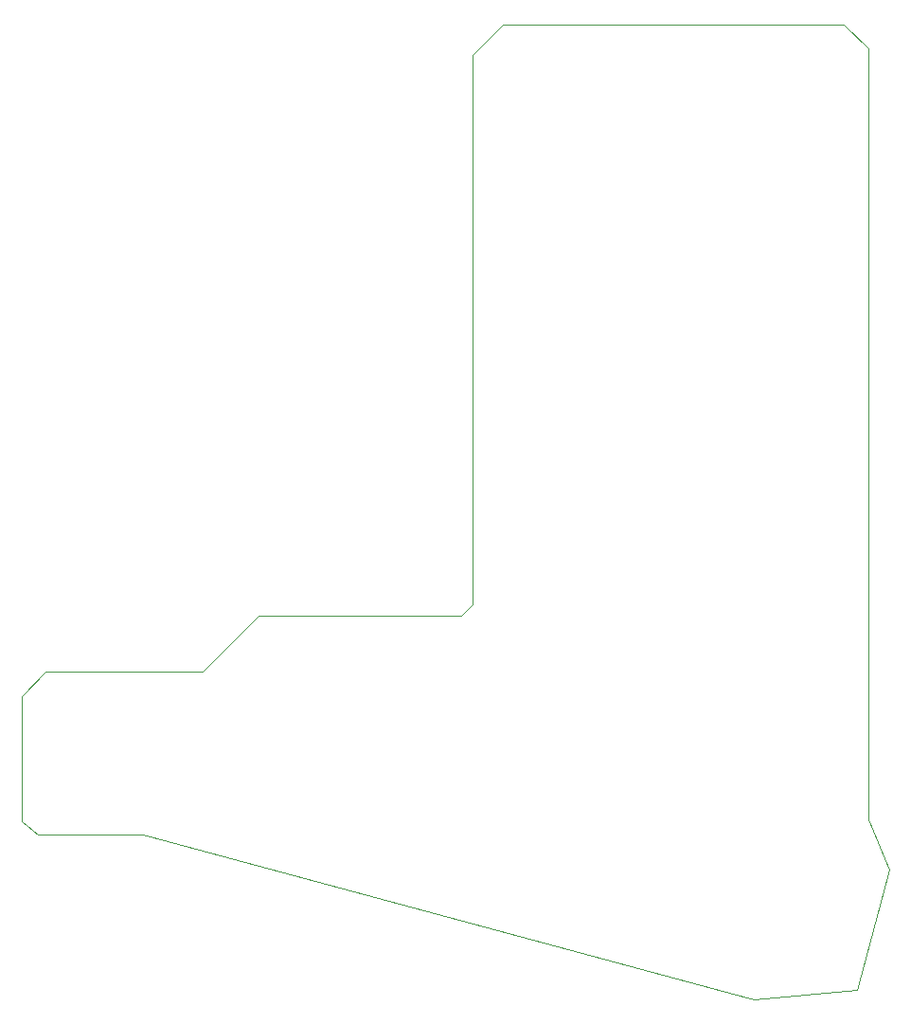
<source format=gbr>
G04 #@! TF.GenerationSoftware,KiCad,Pcbnew,(5.1.4)-1*
G04 #@! TF.CreationDate,2023-07-27T21:11:12-04:00*
G04 #@! TF.ProjectId,ThumbsUp,5468756d-6273-4557-902e-6b696361645f,rev?*
G04 #@! TF.SameCoordinates,Original*
G04 #@! TF.FileFunction,Profile,NP*
%FSLAX46Y46*%
G04 Gerber Fmt 4.6, Leading zero omitted, Abs format (unit mm)*
G04 Created by KiCad (PCBNEW (5.1.4)-1) date 2023-07-27 21:11:12*
%MOMM*%
%LPD*%
G04 APERTURE LIST*
%ADD10C,0.050000*%
G04 APERTURE END LIST*
D10*
X75800000Y-440600000D02*
X70800000Y-445600000D01*
X70800000Y-445600000D02*
X56700000Y-445600000D01*
X93900000Y-440600000D02*
X94900000Y-439600000D01*
X93900000Y-440600000D02*
X75800000Y-440600000D01*
X65232790Y-460212952D02*
X65432790Y-460212952D01*
X94932790Y-390462952D02*
X94900000Y-439600000D01*
X129254192Y-474050399D02*
X120032789Y-474912952D01*
X129254192Y-474050399D02*
X132132325Y-463288599D01*
X130313464Y-393918708D02*
X130314797Y-389910158D01*
X130339205Y-433490533D02*
X130327669Y-450500233D01*
X130334214Y-458838116D02*
X130321847Y-451519862D01*
X130334214Y-458838116D02*
X132132325Y-463288599D01*
X130314797Y-389910158D02*
X128132789Y-387762952D01*
X97632790Y-387762952D02*
X94932790Y-390462952D01*
X97632790Y-387762952D02*
X128132789Y-387762952D01*
X54632790Y-447800000D02*
X54632789Y-459012952D01*
X54632790Y-447800000D02*
X56700000Y-445600000D01*
X54632789Y-459012952D02*
X56032790Y-460212952D01*
X65232790Y-460212952D02*
X56032790Y-460212952D01*
X130313464Y-393918708D02*
X130339205Y-433490533D01*
X130321847Y-451519862D02*
X130327669Y-450500233D01*
X120032789Y-474912952D02*
X65432790Y-460212952D01*
M02*

</source>
